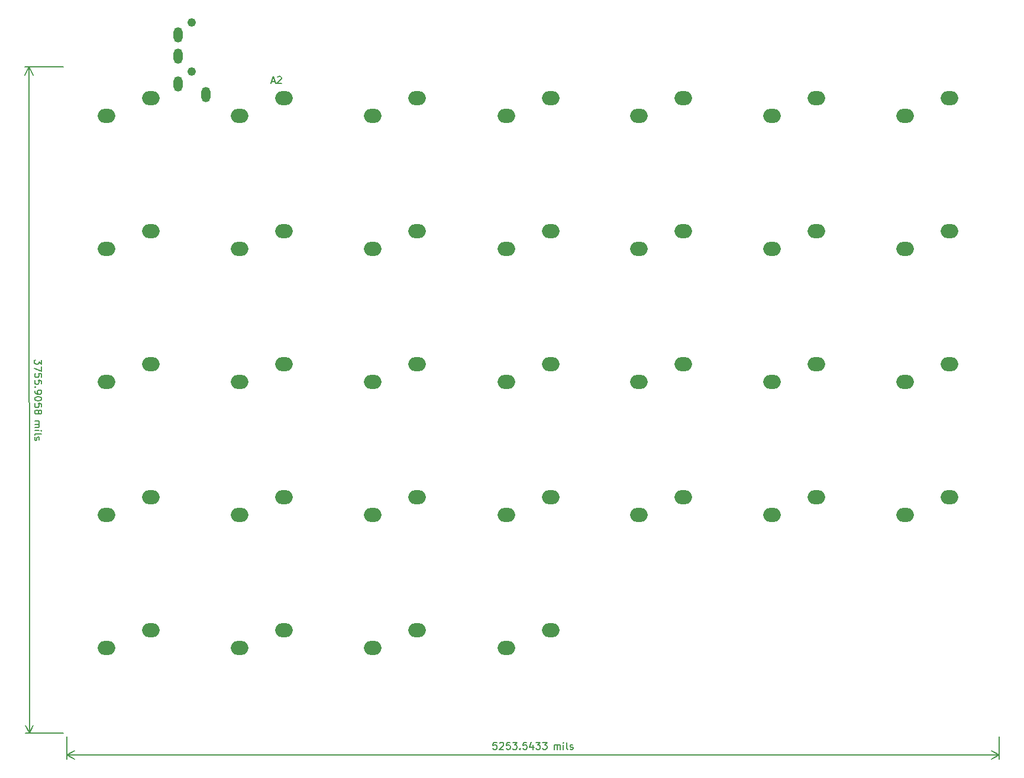
<source format=gbr>
%TF.GenerationSoftware,KiCad,Pcbnew,(7.0.0-0)*%
%TF.CreationDate,2023-04-02T12:17:20+09:00*%
%TF.ProjectId,11111_pcb,31313131-315f-4706-9362-2e6b69636164,rev?*%
%TF.SameCoordinates,Original*%
%TF.FileFunction,Legend,Top*%
%TF.FilePolarity,Positive*%
%FSLAX46Y46*%
G04 Gerber Fmt 4.6, Leading zero omitted, Abs format (unit mm)*
G04 Created by KiCad (PCBNEW (7.0.0-0)) date 2023-04-02 12:17:20*
%MOMM*%
%LPD*%
G01*
G04 APERTURE LIST*
%ADD10C,0.150000*%
%ADD11O,2.500000X2.000000*%
%ADD12C,1.210000*%
%ADD13O,1.300000X2.200000*%
G04 APERTURE END LIST*
D10*
X184576913Y-70425320D02*
X184577172Y-71044367D01*
X184577172Y-71044367D02*
X184196080Y-70711194D01*
X184196080Y-70711194D02*
X184196140Y-70854051D01*
X184196140Y-70854051D02*
X184148561Y-70949309D01*
X184148561Y-70949309D02*
X184100962Y-70996948D01*
X184100962Y-70996948D02*
X184005744Y-71044607D01*
X184005744Y-71044607D02*
X183767648Y-71044707D01*
X183767648Y-71044707D02*
X183672390Y-70997128D01*
X183672390Y-70997128D02*
X183624751Y-70949529D01*
X183624751Y-70949529D02*
X183577092Y-70854311D01*
X183577092Y-70854311D02*
X183576973Y-70568596D01*
X183576973Y-70568596D02*
X183624552Y-70473338D01*
X183624552Y-70473338D02*
X183672151Y-70425699D01*
X184577312Y-71377701D02*
X184577591Y-72044367D01*
X184577591Y-72044367D02*
X183577412Y-71616215D01*
X184577951Y-72901510D02*
X184577751Y-72425320D01*
X184577751Y-72425320D02*
X184101541Y-72377900D01*
X184101541Y-72377900D02*
X184149180Y-72425500D01*
X184149180Y-72425500D02*
X184196839Y-72520718D01*
X184196839Y-72520718D02*
X184196939Y-72758813D01*
X184196939Y-72758813D02*
X184149359Y-72854071D01*
X184149359Y-72854071D02*
X184101760Y-72901710D01*
X184101760Y-72901710D02*
X184006542Y-72949369D01*
X184006542Y-72949369D02*
X183768447Y-72949469D01*
X183768447Y-72949469D02*
X183673189Y-72901890D01*
X183673189Y-72901890D02*
X183625550Y-72854291D01*
X183625550Y-72854291D02*
X183577891Y-72759072D01*
X183577891Y-72759072D02*
X183577791Y-72520977D01*
X183577791Y-72520977D02*
X183625370Y-72425719D01*
X183625370Y-72425719D02*
X183672969Y-72378080D01*
X184578350Y-73853891D02*
X184578151Y-73377701D01*
X184578151Y-73377701D02*
X184101940Y-73330281D01*
X184101940Y-73330281D02*
X184149579Y-73377880D01*
X184149579Y-73377880D02*
X184197238Y-73473099D01*
X184197238Y-73473099D02*
X184197338Y-73711194D01*
X184197338Y-73711194D02*
X184149759Y-73806452D01*
X184149759Y-73806452D02*
X184102160Y-73854091D01*
X184102160Y-73854091D02*
X184006942Y-73901750D01*
X184006942Y-73901750D02*
X183768846Y-73901850D01*
X183768846Y-73901850D02*
X183673588Y-73854271D01*
X183673588Y-73854271D02*
X183625949Y-73806671D01*
X183625949Y-73806671D02*
X183578290Y-73711453D01*
X183578290Y-73711453D02*
X183578191Y-73473358D01*
X183578191Y-73473358D02*
X183625770Y-73378100D01*
X183625770Y-73378100D02*
X183673369Y-73330461D01*
X183673788Y-74330461D02*
X183626189Y-74378100D01*
X183626189Y-74378100D02*
X183578550Y-74330501D01*
X183578550Y-74330501D02*
X183626149Y-74282862D01*
X183626149Y-74282862D02*
X183673788Y-74330461D01*
X183673788Y-74330461D02*
X183578550Y-74330501D01*
X183578770Y-74854310D02*
X183578849Y-75044786D01*
X183578849Y-75044786D02*
X183626508Y-75140004D01*
X183626508Y-75140004D02*
X183674147Y-75187603D01*
X183674147Y-75187603D02*
X183817044Y-75282782D01*
X183817044Y-75282782D02*
X184007541Y-75330321D01*
X184007541Y-75330321D02*
X184388493Y-75330161D01*
X184388493Y-75330161D02*
X184483711Y-75282502D01*
X184483711Y-75282502D02*
X184531310Y-75234863D01*
X184531310Y-75234863D02*
X184578889Y-75139605D01*
X184578889Y-75139605D02*
X184578809Y-74949129D01*
X184578809Y-74949129D02*
X184531150Y-74853911D01*
X184531150Y-74853911D02*
X184483511Y-74806312D01*
X184483511Y-74806312D02*
X184388253Y-74758732D01*
X184388253Y-74758732D02*
X184150158Y-74758832D01*
X184150158Y-74758832D02*
X184054940Y-74806491D01*
X184054940Y-74806491D02*
X184007341Y-74854130D01*
X184007341Y-74854130D02*
X183959762Y-74949388D01*
X183959762Y-74949388D02*
X183959842Y-75139864D01*
X183959842Y-75139864D02*
X184007501Y-75235083D01*
X184007501Y-75235083D02*
X184055140Y-75282682D01*
X184055140Y-75282682D02*
X184150398Y-75330261D01*
X184579229Y-75949129D02*
X184579269Y-76044367D01*
X184579269Y-76044367D02*
X184531689Y-76139625D01*
X184531689Y-76139625D02*
X184484090Y-76187264D01*
X184484090Y-76187264D02*
X184388872Y-76234923D01*
X184388872Y-76234923D02*
X184198416Y-76282622D01*
X184198416Y-76282622D02*
X183960321Y-76282722D01*
X183960321Y-76282722D02*
X183769825Y-76235182D01*
X183769825Y-76235182D02*
X183674567Y-76187603D01*
X183674567Y-76187603D02*
X183626928Y-76140004D01*
X183626928Y-76140004D02*
X183579269Y-76044786D01*
X183579269Y-76044786D02*
X183579229Y-75949548D01*
X183579229Y-75949548D02*
X183626808Y-75854290D01*
X183626808Y-75854290D02*
X183674407Y-75806651D01*
X183674407Y-75806651D02*
X183769625Y-75758992D01*
X183769625Y-75758992D02*
X183960081Y-75711293D01*
X183960081Y-75711293D02*
X184198176Y-75711193D01*
X184198176Y-75711193D02*
X184388673Y-75758732D01*
X184388673Y-75758732D02*
X184483931Y-75806312D01*
X184483931Y-75806312D02*
X184531570Y-75853911D01*
X184531570Y-75853911D02*
X184579229Y-75949129D01*
X184579748Y-77187224D02*
X184579548Y-76711033D01*
X184579548Y-76711033D02*
X184103338Y-76663614D01*
X184103338Y-76663614D02*
X184150977Y-76711213D01*
X184150977Y-76711213D02*
X184198636Y-76806431D01*
X184198636Y-76806431D02*
X184198736Y-77044526D01*
X184198736Y-77044526D02*
X184151156Y-77139785D01*
X184151156Y-77139785D02*
X184103557Y-77187424D01*
X184103557Y-77187424D02*
X184008339Y-77235083D01*
X184008339Y-77235083D02*
X183770244Y-77235182D01*
X183770244Y-77235182D02*
X183674986Y-77187603D01*
X183674986Y-77187603D02*
X183627347Y-77140004D01*
X183627347Y-77140004D02*
X183579688Y-77044786D01*
X183579688Y-77044786D02*
X183579588Y-76806691D01*
X183579588Y-76806691D02*
X183627167Y-76711433D01*
X183627167Y-76711433D02*
X183674766Y-76663794D01*
X184151436Y-77806451D02*
X184199015Y-77711193D01*
X184199015Y-77711193D02*
X184246614Y-77663554D01*
X184246614Y-77663554D02*
X184341832Y-77615895D01*
X184341832Y-77615895D02*
X184389451Y-77615875D01*
X184389451Y-77615875D02*
X184484709Y-77663454D01*
X184484709Y-77663454D02*
X184532348Y-77711053D01*
X184532348Y-77711053D02*
X184580007Y-77806271D01*
X184580007Y-77806271D02*
X184580087Y-77996748D01*
X184580087Y-77996748D02*
X184532508Y-78092006D01*
X184532508Y-78092006D02*
X184484909Y-78139645D01*
X184484909Y-78139645D02*
X184389691Y-78187304D01*
X184389691Y-78187304D02*
X184342072Y-78187324D01*
X184342072Y-78187324D02*
X184246814Y-78139745D01*
X184246814Y-78139745D02*
X184199175Y-78092145D01*
X184199175Y-78092145D02*
X184151516Y-77996927D01*
X184151516Y-77996927D02*
X184151436Y-77806451D01*
X184151436Y-77806451D02*
X184103777Y-77711233D01*
X184103777Y-77711233D02*
X184056138Y-77663634D01*
X184056138Y-77663634D02*
X183960880Y-77616055D01*
X183960880Y-77616055D02*
X183770404Y-77616135D01*
X183770404Y-77616135D02*
X183675186Y-77663794D01*
X183675186Y-77663794D02*
X183627587Y-77711433D01*
X183627587Y-77711433D02*
X183580007Y-77806691D01*
X183580007Y-77806691D02*
X183580087Y-77997167D01*
X183580087Y-77997167D02*
X183627746Y-78092385D01*
X183627746Y-78092385D02*
X183675385Y-78139984D01*
X183675385Y-78139984D02*
X183770643Y-78187563D01*
X183770643Y-78187563D02*
X183961120Y-78187483D01*
X183961120Y-78187483D02*
X184056338Y-78139824D01*
X184056338Y-78139824D02*
X184103937Y-78092185D01*
X184103937Y-78092185D02*
X184151516Y-77996927D01*
X183580598Y-79216215D02*
X184247265Y-79215935D01*
X184152027Y-79215975D02*
X184199666Y-79263574D01*
X184199666Y-79263574D02*
X184247325Y-79358792D01*
X184247325Y-79358792D02*
X184247385Y-79501649D01*
X184247385Y-79501649D02*
X184199806Y-79596907D01*
X184199806Y-79596907D02*
X184104588Y-79644566D01*
X184104588Y-79644566D02*
X183580778Y-79644786D01*
X184104588Y-79644566D02*
X184199846Y-79692145D01*
X184199846Y-79692145D02*
X184247505Y-79787364D01*
X184247505Y-79787364D02*
X184247565Y-79930221D01*
X184247565Y-79930221D02*
X184199985Y-80025479D01*
X184199985Y-80025479D02*
X184104767Y-80073138D01*
X184104767Y-80073138D02*
X183580958Y-80073357D01*
X183581157Y-80549547D02*
X184247824Y-80549268D01*
X184581157Y-80549128D02*
X184533518Y-80501529D01*
X184533518Y-80501529D02*
X184485919Y-80549168D01*
X184485919Y-80549168D02*
X184533558Y-80596767D01*
X184533558Y-80596767D02*
X184581157Y-80549128D01*
X184581157Y-80549128D02*
X184485919Y-80549168D01*
X183581417Y-81168594D02*
X183628996Y-81073336D01*
X183628996Y-81073336D02*
X183724214Y-81025677D01*
X183724214Y-81025677D02*
X184581357Y-81025318D01*
X183629176Y-81501908D02*
X183581597Y-81597166D01*
X183581597Y-81597166D02*
X183581677Y-81787643D01*
X183581677Y-81787643D02*
X183629336Y-81882861D01*
X183629336Y-81882861D02*
X183724594Y-81930440D01*
X183724594Y-81930440D02*
X183772213Y-81930420D01*
X183772213Y-81930420D02*
X183867431Y-81882761D01*
X183867431Y-81882761D02*
X183915010Y-81787503D01*
X183915010Y-81787503D02*
X183914950Y-81644646D01*
X183914950Y-81644646D02*
X183962529Y-81549388D01*
X183962529Y-81549388D02*
X184057747Y-81501729D01*
X184057747Y-81501729D02*
X184105366Y-81501709D01*
X184105366Y-81501709D02*
X184200624Y-81549288D01*
X184200624Y-81549288D02*
X184248283Y-81644506D01*
X184248283Y-81644506D02*
X184248343Y-81787363D01*
X184248343Y-81787363D02*
X184200764Y-81882621D01*
X187660000Y-28500210D02*
X182190296Y-28502503D01*
X187700000Y-123900210D02*
X182230296Y-123902503D01*
X182776716Y-28502257D02*
X182816716Y-123902257D01*
X182776716Y-28502257D02*
X182816716Y-123902257D01*
X182776716Y-28502257D02*
X183363609Y-29628515D01*
X182776716Y-28502257D02*
X182190768Y-29629007D01*
X182816716Y-123902257D02*
X182229823Y-122775999D01*
X182816716Y-123902257D02*
X183402664Y-122775507D01*
X249715238Y-125217380D02*
X249239048Y-125217380D01*
X249239048Y-125217380D02*
X249191429Y-125693571D01*
X249191429Y-125693571D02*
X249239048Y-125645952D01*
X249239048Y-125645952D02*
X249334286Y-125598333D01*
X249334286Y-125598333D02*
X249572381Y-125598333D01*
X249572381Y-125598333D02*
X249667619Y-125645952D01*
X249667619Y-125645952D02*
X249715238Y-125693571D01*
X249715238Y-125693571D02*
X249762857Y-125788809D01*
X249762857Y-125788809D02*
X249762857Y-126026904D01*
X249762857Y-126026904D02*
X249715238Y-126122142D01*
X249715238Y-126122142D02*
X249667619Y-126169761D01*
X249667619Y-126169761D02*
X249572381Y-126217380D01*
X249572381Y-126217380D02*
X249334286Y-126217380D01*
X249334286Y-126217380D02*
X249239048Y-126169761D01*
X249239048Y-126169761D02*
X249191429Y-126122142D01*
X250143810Y-125312619D02*
X250191429Y-125265000D01*
X250191429Y-125265000D02*
X250286667Y-125217380D01*
X250286667Y-125217380D02*
X250524762Y-125217380D01*
X250524762Y-125217380D02*
X250620000Y-125265000D01*
X250620000Y-125265000D02*
X250667619Y-125312619D01*
X250667619Y-125312619D02*
X250715238Y-125407857D01*
X250715238Y-125407857D02*
X250715238Y-125503095D01*
X250715238Y-125503095D02*
X250667619Y-125645952D01*
X250667619Y-125645952D02*
X250096191Y-126217380D01*
X250096191Y-126217380D02*
X250715238Y-126217380D01*
X251620000Y-125217380D02*
X251143810Y-125217380D01*
X251143810Y-125217380D02*
X251096191Y-125693571D01*
X251096191Y-125693571D02*
X251143810Y-125645952D01*
X251143810Y-125645952D02*
X251239048Y-125598333D01*
X251239048Y-125598333D02*
X251477143Y-125598333D01*
X251477143Y-125598333D02*
X251572381Y-125645952D01*
X251572381Y-125645952D02*
X251620000Y-125693571D01*
X251620000Y-125693571D02*
X251667619Y-125788809D01*
X251667619Y-125788809D02*
X251667619Y-126026904D01*
X251667619Y-126026904D02*
X251620000Y-126122142D01*
X251620000Y-126122142D02*
X251572381Y-126169761D01*
X251572381Y-126169761D02*
X251477143Y-126217380D01*
X251477143Y-126217380D02*
X251239048Y-126217380D01*
X251239048Y-126217380D02*
X251143810Y-126169761D01*
X251143810Y-126169761D02*
X251096191Y-126122142D01*
X252000953Y-125217380D02*
X252620000Y-125217380D01*
X252620000Y-125217380D02*
X252286667Y-125598333D01*
X252286667Y-125598333D02*
X252429524Y-125598333D01*
X252429524Y-125598333D02*
X252524762Y-125645952D01*
X252524762Y-125645952D02*
X252572381Y-125693571D01*
X252572381Y-125693571D02*
X252620000Y-125788809D01*
X252620000Y-125788809D02*
X252620000Y-126026904D01*
X252620000Y-126026904D02*
X252572381Y-126122142D01*
X252572381Y-126122142D02*
X252524762Y-126169761D01*
X252524762Y-126169761D02*
X252429524Y-126217380D01*
X252429524Y-126217380D02*
X252143810Y-126217380D01*
X252143810Y-126217380D02*
X252048572Y-126169761D01*
X252048572Y-126169761D02*
X252000953Y-126122142D01*
X253048572Y-126122142D02*
X253096191Y-126169761D01*
X253096191Y-126169761D02*
X253048572Y-126217380D01*
X253048572Y-126217380D02*
X253000953Y-126169761D01*
X253000953Y-126169761D02*
X253048572Y-126122142D01*
X253048572Y-126122142D02*
X253048572Y-126217380D01*
X254000952Y-125217380D02*
X253524762Y-125217380D01*
X253524762Y-125217380D02*
X253477143Y-125693571D01*
X253477143Y-125693571D02*
X253524762Y-125645952D01*
X253524762Y-125645952D02*
X253620000Y-125598333D01*
X253620000Y-125598333D02*
X253858095Y-125598333D01*
X253858095Y-125598333D02*
X253953333Y-125645952D01*
X253953333Y-125645952D02*
X254000952Y-125693571D01*
X254000952Y-125693571D02*
X254048571Y-125788809D01*
X254048571Y-125788809D02*
X254048571Y-126026904D01*
X254048571Y-126026904D02*
X254000952Y-126122142D01*
X254000952Y-126122142D02*
X253953333Y-126169761D01*
X253953333Y-126169761D02*
X253858095Y-126217380D01*
X253858095Y-126217380D02*
X253620000Y-126217380D01*
X253620000Y-126217380D02*
X253524762Y-126169761D01*
X253524762Y-126169761D02*
X253477143Y-126122142D01*
X254905714Y-125550714D02*
X254905714Y-126217380D01*
X254667619Y-125169761D02*
X254429524Y-125884047D01*
X254429524Y-125884047D02*
X255048571Y-125884047D01*
X255334286Y-125217380D02*
X255953333Y-125217380D01*
X255953333Y-125217380D02*
X255620000Y-125598333D01*
X255620000Y-125598333D02*
X255762857Y-125598333D01*
X255762857Y-125598333D02*
X255858095Y-125645952D01*
X255858095Y-125645952D02*
X255905714Y-125693571D01*
X255905714Y-125693571D02*
X255953333Y-125788809D01*
X255953333Y-125788809D02*
X255953333Y-126026904D01*
X255953333Y-126026904D02*
X255905714Y-126122142D01*
X255905714Y-126122142D02*
X255858095Y-126169761D01*
X255858095Y-126169761D02*
X255762857Y-126217380D01*
X255762857Y-126217380D02*
X255477143Y-126217380D01*
X255477143Y-126217380D02*
X255381905Y-126169761D01*
X255381905Y-126169761D02*
X255334286Y-126122142D01*
X256286667Y-125217380D02*
X256905714Y-125217380D01*
X256905714Y-125217380D02*
X256572381Y-125598333D01*
X256572381Y-125598333D02*
X256715238Y-125598333D01*
X256715238Y-125598333D02*
X256810476Y-125645952D01*
X256810476Y-125645952D02*
X256858095Y-125693571D01*
X256858095Y-125693571D02*
X256905714Y-125788809D01*
X256905714Y-125788809D02*
X256905714Y-126026904D01*
X256905714Y-126026904D02*
X256858095Y-126122142D01*
X256858095Y-126122142D02*
X256810476Y-126169761D01*
X256810476Y-126169761D02*
X256715238Y-126217380D01*
X256715238Y-126217380D02*
X256429524Y-126217380D01*
X256429524Y-126217380D02*
X256334286Y-126169761D01*
X256334286Y-126169761D02*
X256286667Y-126122142D01*
X257934286Y-126217380D02*
X257934286Y-125550714D01*
X257934286Y-125645952D02*
X257981905Y-125598333D01*
X257981905Y-125598333D02*
X258077143Y-125550714D01*
X258077143Y-125550714D02*
X258220000Y-125550714D01*
X258220000Y-125550714D02*
X258315238Y-125598333D01*
X258315238Y-125598333D02*
X258362857Y-125693571D01*
X258362857Y-125693571D02*
X258362857Y-126217380D01*
X258362857Y-125693571D02*
X258410476Y-125598333D01*
X258410476Y-125598333D02*
X258505714Y-125550714D01*
X258505714Y-125550714D02*
X258648571Y-125550714D01*
X258648571Y-125550714D02*
X258743810Y-125598333D01*
X258743810Y-125598333D02*
X258791429Y-125693571D01*
X258791429Y-125693571D02*
X258791429Y-126217380D01*
X259267619Y-126217380D02*
X259267619Y-125550714D01*
X259267619Y-125217380D02*
X259220000Y-125265000D01*
X259220000Y-125265000D02*
X259267619Y-125312619D01*
X259267619Y-125312619D02*
X259315238Y-125265000D01*
X259315238Y-125265000D02*
X259267619Y-125217380D01*
X259267619Y-125217380D02*
X259267619Y-125312619D01*
X259886666Y-126217380D02*
X259791428Y-126169761D01*
X259791428Y-126169761D02*
X259743809Y-126074523D01*
X259743809Y-126074523D02*
X259743809Y-125217380D01*
X260220000Y-126169761D02*
X260315238Y-126217380D01*
X260315238Y-126217380D02*
X260505714Y-126217380D01*
X260505714Y-126217380D02*
X260600952Y-126169761D01*
X260600952Y-126169761D02*
X260648571Y-126074523D01*
X260648571Y-126074523D02*
X260648571Y-126026904D01*
X260648571Y-126026904D02*
X260600952Y-125931666D01*
X260600952Y-125931666D02*
X260505714Y-125884047D01*
X260505714Y-125884047D02*
X260362857Y-125884047D01*
X260362857Y-125884047D02*
X260267619Y-125836428D01*
X260267619Y-125836428D02*
X260220000Y-125741190D01*
X260220000Y-125741190D02*
X260220000Y-125693571D01*
X260220000Y-125693571D02*
X260267619Y-125598333D01*
X260267619Y-125598333D02*
X260362857Y-125550714D01*
X260362857Y-125550714D02*
X260505714Y-125550714D01*
X260505714Y-125550714D02*
X260600952Y-125598333D01*
X188200000Y-124400000D02*
X188200000Y-127586420D01*
X321640000Y-124400000D02*
X321640000Y-127586420D01*
X188200000Y-127000000D02*
X321640000Y-127000000D01*
X188200000Y-127000000D02*
X321640000Y-127000000D01*
X188200000Y-127000000D02*
X189326504Y-126413579D01*
X188200000Y-127000000D02*
X189326504Y-127586421D01*
X321640000Y-127000000D02*
X320513496Y-127586421D01*
X321640000Y-127000000D02*
X320513496Y-126413579D01*
%TO.C,A2*%
X217471714Y-30561666D02*
X217947904Y-30561666D01*
X217376476Y-30847380D02*
X217709809Y-29847380D01*
X217709809Y-29847380D02*
X218043142Y-30847380D01*
X218328857Y-29942619D02*
X218376476Y-29895000D01*
X218376476Y-29895000D02*
X218471714Y-29847380D01*
X218471714Y-29847380D02*
X218709809Y-29847380D01*
X218709809Y-29847380D02*
X218805047Y-29895000D01*
X218805047Y-29895000D02*
X218852666Y-29942619D01*
X218852666Y-29942619D02*
X218900285Y-30037857D01*
X218900285Y-30037857D02*
X218900285Y-30133095D01*
X218900285Y-30133095D02*
X218852666Y-30275952D01*
X218852666Y-30275952D02*
X218281238Y-30847380D01*
X218281238Y-30847380D02*
X218900285Y-30847380D01*
%TD*%
D11*
%TO.C,SW13*%
X289105986Y-35521999D03*
X295455986Y-32981999D03*
%TD*%
%TO.C,SW8*%
X193905986Y-35521999D03*
X200255986Y-32981999D03*
%TD*%
%TO.C,SW54*%
X270105986Y-92671999D03*
X276455986Y-90131999D03*
%TD*%
%TO.C,SW61*%
X193905986Y-111721999D03*
X200255986Y-109181999D03*
%TD*%
%TO.C,SW26*%
X270105986Y-54571999D03*
X276455986Y-52031999D03*
%TD*%
%TO.C,SW22*%
X193905986Y-54571999D03*
X200255986Y-52031999D03*
%TD*%
%TO.C,SW62*%
X212905986Y-111721999D03*
X219255986Y-109181999D03*
%TD*%
%TO.C,SW23*%
X212905986Y-54571999D03*
X219255986Y-52031999D03*
%TD*%
%TO.C,SW12*%
X270105986Y-35521999D03*
X276455986Y-32981999D03*
%TD*%
%TO.C,SW40*%
X270105986Y-73621999D03*
X276455986Y-71081999D03*
%TD*%
%TO.C,SW53*%
X251105986Y-92671999D03*
X257455986Y-90131999D03*
%TD*%
%TO.C,SW28*%
X308205986Y-54571999D03*
X314555986Y-52031999D03*
%TD*%
%TO.C,SW51*%
X212905986Y-92671999D03*
X219255986Y-90131999D03*
%TD*%
%TO.C,SW37*%
X212905986Y-73621999D03*
X219255986Y-71081999D03*
%TD*%
%TO.C,SW56*%
X308205986Y-92671999D03*
X314555986Y-90131999D03*
%TD*%
%TO.C,SW9*%
X212905986Y-35521999D03*
X219255986Y-32981999D03*
%TD*%
%TO.C,SW27*%
X289105986Y-54571999D03*
X295455986Y-52031999D03*
%TD*%
%TO.C,SW14*%
X308205986Y-35521999D03*
X314555986Y-32981999D03*
%TD*%
%TO.C,SW50*%
X193905986Y-92671999D03*
X200255986Y-90131999D03*
%TD*%
%TO.C,SW38*%
X232005986Y-73621999D03*
X238355986Y-71081999D03*
%TD*%
%TO.C,SW11*%
X251105986Y-35521999D03*
X257455986Y-32981999D03*
%TD*%
%TO.C,SW52*%
X232005986Y-92671999D03*
X238355986Y-90131999D03*
%TD*%
%TO.C,SW39*%
X251105986Y-73621999D03*
X257455986Y-71081999D03*
%TD*%
%TO.C,SW55*%
X289105986Y-92671999D03*
X295455986Y-90131999D03*
%TD*%
%TO.C,SW24*%
X232005986Y-54571999D03*
X238355986Y-52031999D03*
%TD*%
%TO.C,SW25*%
X251105986Y-54571999D03*
X257455986Y-52031999D03*
%TD*%
D12*
%TO.C,J2*%
X206068800Y-22120000D03*
X206068800Y-29120000D03*
D13*
X208068799Y-32419999D03*
X204068799Y-23919999D03*
X204068799Y-26919999D03*
X204068799Y-30919999D03*
%TD*%
D11*
%TO.C,SW10*%
X232005986Y-35521999D03*
X238355986Y-32981999D03*
%TD*%
%TO.C,SW64*%
X251105986Y-111721999D03*
X257455986Y-109181999D03*
%TD*%
%TO.C,SW41*%
X289105986Y-73621999D03*
X295455986Y-71081999D03*
%TD*%
%TO.C,SW42*%
X308205986Y-73621999D03*
X314555986Y-71081999D03*
%TD*%
%TO.C,SW36*%
X193905986Y-73621999D03*
X200255986Y-71081999D03*
%TD*%
%TO.C,SW63*%
X232005986Y-111721999D03*
X238355986Y-109181999D03*
%TD*%
M02*

</source>
